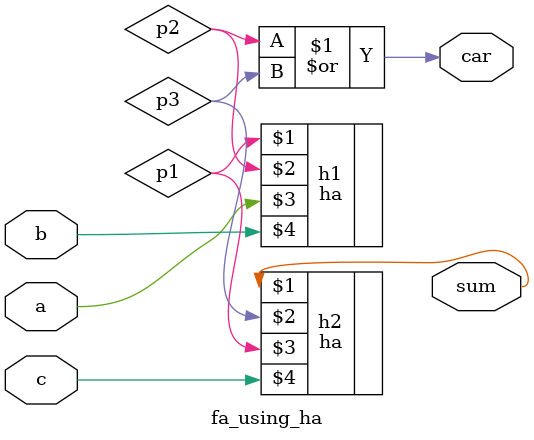
<source format=v>
module fa_using_ha(sum,car,a,b,c);
  input a,b,c;
  output sum,car;
  wire p1,p2,p3;
  ha h1(p1,p2,a,b);
  ha h2(sum,p3,p1,c);
  or(car,p2,p3);
endmodule
  
  
  
  

</source>
